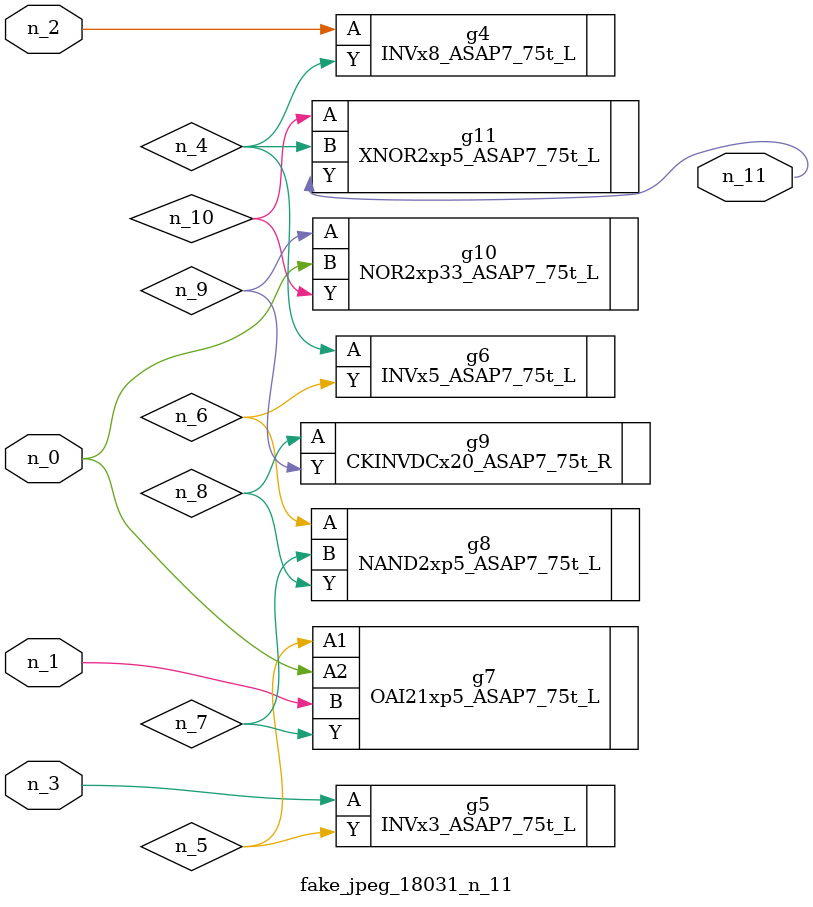
<source format=v>
module fake_jpeg_18031_n_11 (n_0, n_3, n_2, n_1, n_11);

input n_0;
input n_3;
input n_2;
input n_1;

output n_11;

wire n_10;
wire n_4;
wire n_8;
wire n_9;
wire n_6;
wire n_5;
wire n_7;

INVx8_ASAP7_75t_L g4 ( 
.A(n_2),
.Y(n_4)
);

INVx3_ASAP7_75t_L g5 ( 
.A(n_3),
.Y(n_5)
);

INVx5_ASAP7_75t_L g6 ( 
.A(n_4),
.Y(n_6)
);

NAND2xp5_ASAP7_75t_L g8 ( 
.A(n_6),
.B(n_7),
.Y(n_8)
);

OAI21xp5_ASAP7_75t_L g7 ( 
.A1(n_5),
.A2(n_0),
.B(n_1),
.Y(n_7)
);

CKINVDCx20_ASAP7_75t_R g9 ( 
.A(n_8),
.Y(n_9)
);

NOR2xp33_ASAP7_75t_L g10 ( 
.A(n_9),
.B(n_0),
.Y(n_10)
);

XNOR2xp5_ASAP7_75t_L g11 ( 
.A(n_10),
.B(n_4),
.Y(n_11)
);


endmodule
</source>
